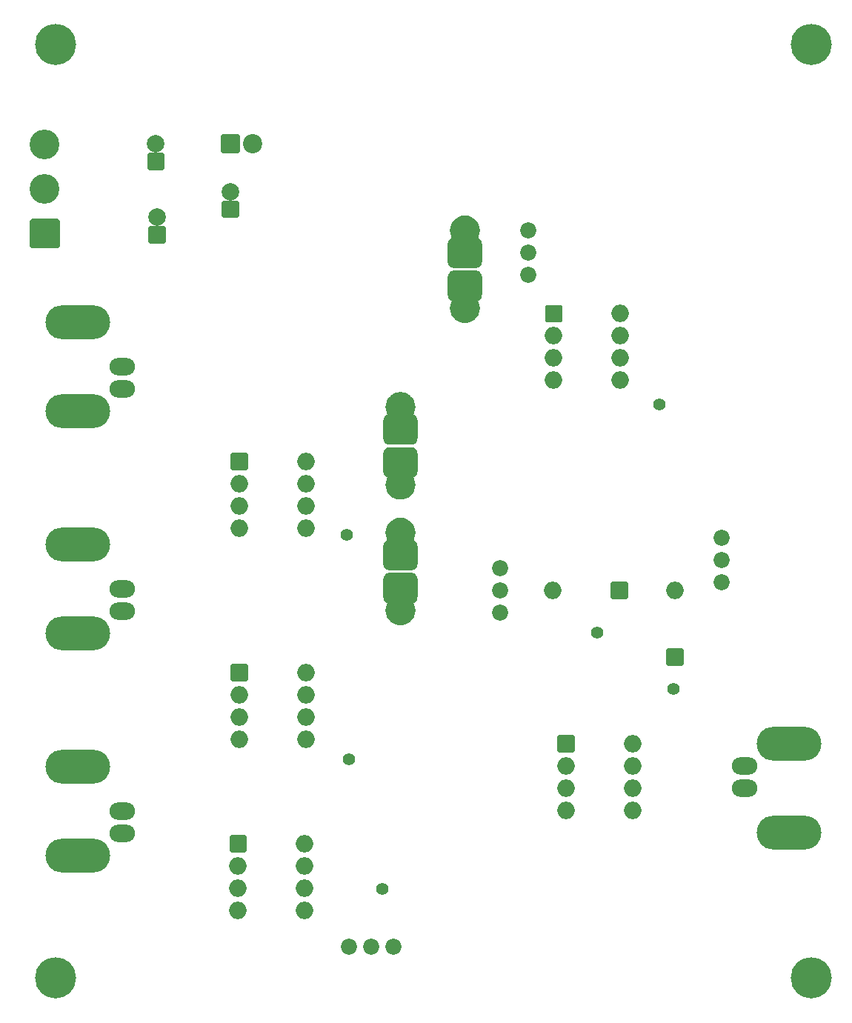
<source format=gbr>
%TF.GenerationSoftware,KiCad,Pcbnew,5.1.10-88a1d61d58~90~ubuntu20.04.1*%
%TF.CreationDate,2021-08-12T20:42:09+10:00*%
%TF.ProjectId,LaserPID,4c617365-7250-4494-942e-6b696361645f,rev?*%
%TF.SameCoordinates,Original*%
%TF.FileFunction,Soldermask,Bot*%
%TF.FilePolarity,Negative*%
%FSLAX46Y46*%
G04 Gerber Fmt 4.6, Leading zero omitted, Abs format (unit mm)*
G04 Created by KiCad (PCBNEW 5.1.10-88a1d61d58~90~ubuntu20.04.1) date 2021-08-12 20:42:09*
%MOMM*%
%LPD*%
G01*
G04 APERTURE LIST*
%ADD10C,4.700000*%
%ADD11C,2.000000*%
%ADD12C,0.100000*%
%ADD13O,2.000000X2.000000*%
%ADD14C,2.200000*%
%ADD15C,3.400000*%
%ADD16O,7.400000X3.900000*%
%ADD17O,2.900000X2.000000*%
%ADD18C,1.840000*%
%ADD19C,1.400000*%
G04 APERTURE END LIST*
D10*
%TO.C,REF\u002A\u002A*%
X751840000Y-24130000D03*
%TD*%
%TO.C,REF\u002A\u002A*%
X838200000Y-24130000D03*
%TD*%
%TO.C,REF\u002A\u002A*%
X838200000Y-130810000D03*
%TD*%
%TO.C,REF\u002A\u002A*%
X751840000Y-130810000D03*
%TD*%
%TO.C,C1*%
G36*
G01*
X764197000Y-46847000D02*
X762597000Y-46847000D01*
G75*
G02*
X762397000Y-46647000I0J200000D01*
G01*
X762397000Y-45047000D01*
G75*
G02*
X762597000Y-44847000I200000J0D01*
G01*
X764197000Y-44847000D01*
G75*
G02*
X764397000Y-45047000I0J-200000D01*
G01*
X764397000Y-46647000D01*
G75*
G02*
X764197000Y-46847000I-200000J0D01*
G01*
G37*
D11*
X763397000Y-43847000D03*
%TD*%
%TO.C,C2*%
G36*
G01*
X764070000Y-38465000D02*
X762470000Y-38465000D01*
G75*
G02*
X762270000Y-38265000I0J200000D01*
G01*
X762270000Y-36665000D01*
G75*
G02*
X762470000Y-36465000I200000J0D01*
G01*
X764070000Y-36465000D01*
G75*
G02*
X764270000Y-36665000I0J-200000D01*
G01*
X764270000Y-38265000D01*
G75*
G02*
X764070000Y-38465000I-200000J0D01*
G01*
G37*
X763270000Y-35465000D03*
%TD*%
%TO.C,C3*%
X771779000Y-40926000D03*
G36*
G01*
X772579000Y-43926000D02*
X770979000Y-43926000D01*
G75*
G02*
X770779000Y-43726000I0J200000D01*
G01*
X770779000Y-42126000D01*
G75*
G02*
X770979000Y-41926000I200000J0D01*
G01*
X772579000Y-41926000D01*
G75*
G02*
X772779000Y-42126000I0J-200000D01*
G01*
X772779000Y-43726000D01*
G75*
G02*
X772579000Y-43926000I-200000J0D01*
G01*
G37*
%TD*%
D12*
%TO.C,C6*%
G36*
X793159037Y-69151603D02*
G01*
X793149430Y-69249148D01*
X793141781Y-69287602D01*
X793113328Y-69381399D01*
X793098324Y-69417622D01*
X793052119Y-69504065D01*
X793030336Y-69536665D01*
X792968154Y-69612433D01*
X792940433Y-69640154D01*
X792864665Y-69702336D01*
X792832065Y-69724119D01*
X792745622Y-69770324D01*
X792709399Y-69785328D01*
X792615602Y-69813781D01*
X792577148Y-69821430D01*
X792479603Y-69831037D01*
X792460000Y-69832000D01*
X789960000Y-69832000D01*
X789940397Y-69831037D01*
X789842852Y-69821430D01*
X789804398Y-69813781D01*
X789710601Y-69785328D01*
X789674378Y-69770324D01*
X789587935Y-69724119D01*
X789555335Y-69702336D01*
X789479567Y-69640154D01*
X789451846Y-69612433D01*
X789389664Y-69536665D01*
X789367881Y-69504065D01*
X789321676Y-69417622D01*
X789306672Y-69381399D01*
X789278219Y-69287602D01*
X789270570Y-69249148D01*
X789260963Y-69151603D01*
X789260000Y-69132000D01*
X789260000Y-67032000D01*
X789260963Y-67012397D01*
X789270570Y-66914852D01*
X789278219Y-66876398D01*
X789306672Y-66782601D01*
X789321676Y-66746378D01*
X789367881Y-66659935D01*
X789389664Y-66627335D01*
X789451846Y-66551567D01*
X789479567Y-66523846D01*
X789555335Y-66461664D01*
X789587935Y-66439881D01*
X789674378Y-66393676D01*
X789710601Y-66378672D01*
X789733312Y-66371783D01*
X789677632Y-66267613D01*
X789669240Y-66249869D01*
X789612908Y-66113871D01*
X789606296Y-66095392D01*
X789563565Y-65954527D01*
X789558796Y-65935488D01*
X789530078Y-65791114D01*
X789527198Y-65771699D01*
X789512770Y-65625205D01*
X789511807Y-65605602D01*
X789511807Y-65458398D01*
X789512770Y-65438795D01*
X789527198Y-65292301D01*
X789530078Y-65272886D01*
X789558796Y-65128512D01*
X789563565Y-65109473D01*
X789606296Y-64968608D01*
X789612908Y-64950129D01*
X789669240Y-64814131D01*
X789677632Y-64796387D01*
X789747023Y-64666566D01*
X789757113Y-64649732D01*
X789838895Y-64527337D01*
X789850587Y-64511573D01*
X789943971Y-64397784D01*
X789957152Y-64383241D01*
X790061241Y-64279152D01*
X790075784Y-64265971D01*
X790189573Y-64172587D01*
X790205337Y-64160895D01*
X790327732Y-64079113D01*
X790344566Y-64069023D01*
X790474387Y-63999632D01*
X790492131Y-63991240D01*
X790628129Y-63934908D01*
X790646608Y-63928296D01*
X790787473Y-63885565D01*
X790806512Y-63880796D01*
X790950886Y-63852078D01*
X790970301Y-63849198D01*
X791116795Y-63834770D01*
X791136398Y-63833807D01*
X791283602Y-63833807D01*
X791303205Y-63834770D01*
X791449699Y-63849198D01*
X791469114Y-63852078D01*
X791613488Y-63880796D01*
X791632527Y-63885565D01*
X791773392Y-63928296D01*
X791791871Y-63934908D01*
X791927869Y-63991240D01*
X791945613Y-63999632D01*
X792075434Y-64069023D01*
X792092268Y-64079113D01*
X792214663Y-64160895D01*
X792230427Y-64172587D01*
X792344216Y-64265971D01*
X792358759Y-64279152D01*
X792462848Y-64383241D01*
X792476029Y-64397784D01*
X792569413Y-64511573D01*
X792581105Y-64527337D01*
X792662887Y-64649732D01*
X792672977Y-64666566D01*
X792742368Y-64796387D01*
X792750760Y-64814131D01*
X792807092Y-64950129D01*
X792813704Y-64968608D01*
X792856435Y-65109473D01*
X792861204Y-65128512D01*
X792889922Y-65272886D01*
X792892802Y-65292301D01*
X792907230Y-65438795D01*
X792908193Y-65458398D01*
X792908193Y-65605602D01*
X792907230Y-65625205D01*
X792892802Y-65771699D01*
X792889922Y-65791114D01*
X792861204Y-65935488D01*
X792856435Y-65954527D01*
X792813704Y-66095392D01*
X792807092Y-66113871D01*
X792750760Y-66249869D01*
X792742368Y-66267613D01*
X792686688Y-66371783D01*
X792709399Y-66378672D01*
X792745622Y-66393676D01*
X792832065Y-66439881D01*
X792864665Y-66461664D01*
X792940433Y-66523846D01*
X792968154Y-66551567D01*
X793030336Y-66627335D01*
X793052119Y-66659935D01*
X793098324Y-66746378D01*
X793113328Y-66782601D01*
X793141781Y-66876398D01*
X793149430Y-66914852D01*
X793159037Y-67012397D01*
X793160000Y-67032000D01*
X793160000Y-69132000D01*
X793159037Y-69151603D01*
G37*
G36*
X789260963Y-70802397D02*
G01*
X789270570Y-70704852D01*
X789278219Y-70666398D01*
X789306672Y-70572601D01*
X789321676Y-70536378D01*
X789367881Y-70449935D01*
X789389664Y-70417335D01*
X789451846Y-70341567D01*
X789479567Y-70313846D01*
X789555335Y-70251664D01*
X789587935Y-70229881D01*
X789674378Y-70183676D01*
X789710601Y-70168672D01*
X789804398Y-70140219D01*
X789842852Y-70132570D01*
X789940397Y-70122963D01*
X789960000Y-70122000D01*
X792460000Y-70122000D01*
X792479603Y-70122963D01*
X792577148Y-70132570D01*
X792615602Y-70140219D01*
X792709399Y-70168672D01*
X792745622Y-70183676D01*
X792832065Y-70229881D01*
X792864665Y-70251664D01*
X792940433Y-70313846D01*
X792968154Y-70341567D01*
X793030336Y-70417335D01*
X793052119Y-70449935D01*
X793098324Y-70536378D01*
X793113328Y-70572601D01*
X793141781Y-70666398D01*
X793149430Y-70704852D01*
X793159037Y-70802397D01*
X793160000Y-70822000D01*
X793160000Y-72922000D01*
X793159037Y-72941603D01*
X793149430Y-73039148D01*
X793141781Y-73077602D01*
X793113328Y-73171399D01*
X793098324Y-73207622D01*
X793052119Y-73294065D01*
X793030336Y-73326665D01*
X792968154Y-73402433D01*
X792940433Y-73430154D01*
X792864665Y-73492336D01*
X792832065Y-73514119D01*
X792745622Y-73560324D01*
X792709399Y-73575328D01*
X792686688Y-73582217D01*
X792742368Y-73686387D01*
X792750760Y-73704131D01*
X792807092Y-73840129D01*
X792813704Y-73858608D01*
X792856435Y-73999473D01*
X792861204Y-74018512D01*
X792889922Y-74162886D01*
X792892802Y-74182301D01*
X792907230Y-74328795D01*
X792908193Y-74348398D01*
X792908193Y-74495602D01*
X792907230Y-74515205D01*
X792892802Y-74661699D01*
X792889922Y-74681114D01*
X792861204Y-74825488D01*
X792856435Y-74844527D01*
X792813704Y-74985392D01*
X792807092Y-75003871D01*
X792750760Y-75139869D01*
X792742368Y-75157613D01*
X792672977Y-75287434D01*
X792662887Y-75304268D01*
X792581105Y-75426663D01*
X792569413Y-75442427D01*
X792476029Y-75556216D01*
X792462848Y-75570759D01*
X792358759Y-75674848D01*
X792344216Y-75688029D01*
X792230427Y-75781413D01*
X792214663Y-75793105D01*
X792092268Y-75874887D01*
X792075434Y-75884977D01*
X791945613Y-75954368D01*
X791927869Y-75962760D01*
X791791871Y-76019092D01*
X791773392Y-76025704D01*
X791632527Y-76068435D01*
X791613488Y-76073204D01*
X791469114Y-76101922D01*
X791449699Y-76104802D01*
X791303205Y-76119230D01*
X791283602Y-76120193D01*
X791136398Y-76120193D01*
X791116795Y-76119230D01*
X790970301Y-76104802D01*
X790950886Y-76101922D01*
X790806512Y-76073204D01*
X790787473Y-76068435D01*
X790646608Y-76025704D01*
X790628129Y-76019092D01*
X790492131Y-75962760D01*
X790474387Y-75954368D01*
X790344566Y-75884977D01*
X790327732Y-75874887D01*
X790205337Y-75793105D01*
X790189573Y-75781413D01*
X790075784Y-75688029D01*
X790061241Y-75674848D01*
X789957152Y-75570759D01*
X789943971Y-75556216D01*
X789850587Y-75442427D01*
X789838895Y-75426663D01*
X789757113Y-75304268D01*
X789747023Y-75287434D01*
X789677632Y-75157613D01*
X789669240Y-75139869D01*
X789612908Y-75003871D01*
X789606296Y-74985392D01*
X789563565Y-74844527D01*
X789558796Y-74825488D01*
X789530078Y-74681114D01*
X789527198Y-74661699D01*
X789512770Y-74515205D01*
X789511807Y-74495602D01*
X789511807Y-74348398D01*
X789512770Y-74328795D01*
X789527198Y-74182301D01*
X789530078Y-74162886D01*
X789558796Y-74018512D01*
X789563565Y-73999473D01*
X789606296Y-73858608D01*
X789612908Y-73840129D01*
X789669240Y-73704131D01*
X789677632Y-73686387D01*
X789733312Y-73582217D01*
X789710601Y-73575328D01*
X789674378Y-73560324D01*
X789587935Y-73514119D01*
X789555335Y-73492336D01*
X789479567Y-73430154D01*
X789451846Y-73402433D01*
X789389664Y-73326665D01*
X789367881Y-73294065D01*
X789321676Y-73207622D01*
X789306672Y-73171399D01*
X789278219Y-73077602D01*
X789270570Y-73039148D01*
X789260963Y-72941603D01*
X789260000Y-72922000D01*
X789260000Y-70822000D01*
X789260963Y-70802397D01*
G37*
%TD*%
%TO.C,C13*%
G36*
X796626963Y-50609397D02*
G01*
X796636570Y-50511852D01*
X796644219Y-50473398D01*
X796672672Y-50379601D01*
X796687676Y-50343378D01*
X796733881Y-50256935D01*
X796755664Y-50224335D01*
X796817846Y-50148567D01*
X796845567Y-50120846D01*
X796921335Y-50058664D01*
X796953935Y-50036881D01*
X797040378Y-49990676D01*
X797076601Y-49975672D01*
X797170398Y-49947219D01*
X797208852Y-49939570D01*
X797306397Y-49929963D01*
X797326000Y-49929000D01*
X799826000Y-49929000D01*
X799845603Y-49929963D01*
X799943148Y-49939570D01*
X799981602Y-49947219D01*
X800075399Y-49975672D01*
X800111622Y-49990676D01*
X800198065Y-50036881D01*
X800230665Y-50058664D01*
X800306433Y-50120846D01*
X800334154Y-50148567D01*
X800396336Y-50224335D01*
X800418119Y-50256935D01*
X800464324Y-50343378D01*
X800479328Y-50379601D01*
X800507781Y-50473398D01*
X800515430Y-50511852D01*
X800525037Y-50609397D01*
X800526000Y-50629000D01*
X800526000Y-52729000D01*
X800525037Y-52748603D01*
X800515430Y-52846148D01*
X800507781Y-52884602D01*
X800479328Y-52978399D01*
X800464324Y-53014622D01*
X800418119Y-53101065D01*
X800396336Y-53133665D01*
X800334154Y-53209433D01*
X800306433Y-53237154D01*
X800230665Y-53299336D01*
X800198065Y-53321119D01*
X800111622Y-53367324D01*
X800075399Y-53382328D01*
X800052688Y-53389217D01*
X800108368Y-53493387D01*
X800116760Y-53511131D01*
X800173092Y-53647129D01*
X800179704Y-53665608D01*
X800222435Y-53806473D01*
X800227204Y-53825512D01*
X800255922Y-53969886D01*
X800258802Y-53989301D01*
X800273230Y-54135795D01*
X800274193Y-54155398D01*
X800274193Y-54302602D01*
X800273230Y-54322205D01*
X800258802Y-54468699D01*
X800255922Y-54488114D01*
X800227204Y-54632488D01*
X800222435Y-54651527D01*
X800179704Y-54792392D01*
X800173092Y-54810871D01*
X800116760Y-54946869D01*
X800108368Y-54964613D01*
X800038977Y-55094434D01*
X800028887Y-55111268D01*
X799947105Y-55233663D01*
X799935413Y-55249427D01*
X799842029Y-55363216D01*
X799828848Y-55377759D01*
X799724759Y-55481848D01*
X799710216Y-55495029D01*
X799596427Y-55588413D01*
X799580663Y-55600105D01*
X799458268Y-55681887D01*
X799441434Y-55691977D01*
X799311613Y-55761368D01*
X799293869Y-55769760D01*
X799157871Y-55826092D01*
X799139392Y-55832704D01*
X798998527Y-55875435D01*
X798979488Y-55880204D01*
X798835114Y-55908922D01*
X798815699Y-55911802D01*
X798669205Y-55926230D01*
X798649602Y-55927193D01*
X798502398Y-55927193D01*
X798482795Y-55926230D01*
X798336301Y-55911802D01*
X798316886Y-55908922D01*
X798172512Y-55880204D01*
X798153473Y-55875435D01*
X798012608Y-55832704D01*
X797994129Y-55826092D01*
X797858131Y-55769760D01*
X797840387Y-55761368D01*
X797710566Y-55691977D01*
X797693732Y-55681887D01*
X797571337Y-55600105D01*
X797555573Y-55588413D01*
X797441784Y-55495029D01*
X797427241Y-55481848D01*
X797323152Y-55377759D01*
X797309971Y-55363216D01*
X797216587Y-55249427D01*
X797204895Y-55233663D01*
X797123113Y-55111268D01*
X797113023Y-55094434D01*
X797043632Y-54964613D01*
X797035240Y-54946869D01*
X796978908Y-54810871D01*
X796972296Y-54792392D01*
X796929565Y-54651527D01*
X796924796Y-54632488D01*
X796896078Y-54488114D01*
X796893198Y-54468699D01*
X796878770Y-54322205D01*
X796877807Y-54302602D01*
X796877807Y-54155398D01*
X796878770Y-54135795D01*
X796893198Y-53989301D01*
X796896078Y-53969886D01*
X796924796Y-53825512D01*
X796929565Y-53806473D01*
X796972296Y-53665608D01*
X796978908Y-53647129D01*
X797035240Y-53511131D01*
X797043632Y-53493387D01*
X797099312Y-53389217D01*
X797076601Y-53382328D01*
X797040378Y-53367324D01*
X796953935Y-53321119D01*
X796921335Y-53299336D01*
X796845567Y-53237154D01*
X796817846Y-53209433D01*
X796755664Y-53133665D01*
X796733881Y-53101065D01*
X796687676Y-53014622D01*
X796672672Y-52978399D01*
X796644219Y-52884602D01*
X796636570Y-52846148D01*
X796626963Y-52748603D01*
X796626000Y-52729000D01*
X796626000Y-50629000D01*
X796626963Y-50609397D01*
G37*
G36*
X800525037Y-48958603D02*
G01*
X800515430Y-49056148D01*
X800507781Y-49094602D01*
X800479328Y-49188399D01*
X800464324Y-49224622D01*
X800418119Y-49311065D01*
X800396336Y-49343665D01*
X800334154Y-49419433D01*
X800306433Y-49447154D01*
X800230665Y-49509336D01*
X800198065Y-49531119D01*
X800111622Y-49577324D01*
X800075399Y-49592328D01*
X799981602Y-49620781D01*
X799943148Y-49628430D01*
X799845603Y-49638037D01*
X799826000Y-49639000D01*
X797326000Y-49639000D01*
X797306397Y-49638037D01*
X797208852Y-49628430D01*
X797170398Y-49620781D01*
X797076601Y-49592328D01*
X797040378Y-49577324D01*
X796953935Y-49531119D01*
X796921335Y-49509336D01*
X796845567Y-49447154D01*
X796817846Y-49419433D01*
X796755664Y-49343665D01*
X796733881Y-49311065D01*
X796687676Y-49224622D01*
X796672672Y-49188399D01*
X796644219Y-49094602D01*
X796636570Y-49056148D01*
X796626963Y-48958603D01*
X796626000Y-48939000D01*
X796626000Y-46839000D01*
X796626963Y-46819397D01*
X796636570Y-46721852D01*
X796644219Y-46683398D01*
X796672672Y-46589601D01*
X796687676Y-46553378D01*
X796733881Y-46466935D01*
X796755664Y-46434335D01*
X796817846Y-46358567D01*
X796845567Y-46330846D01*
X796921335Y-46268664D01*
X796953935Y-46246881D01*
X797040378Y-46200676D01*
X797076601Y-46185672D01*
X797099312Y-46178783D01*
X797043632Y-46074613D01*
X797035240Y-46056869D01*
X796978908Y-45920871D01*
X796972296Y-45902392D01*
X796929565Y-45761527D01*
X796924796Y-45742488D01*
X796896078Y-45598114D01*
X796893198Y-45578699D01*
X796878770Y-45432205D01*
X796877807Y-45412602D01*
X796877807Y-45265398D01*
X796878770Y-45245795D01*
X796893198Y-45099301D01*
X796896078Y-45079886D01*
X796924796Y-44935512D01*
X796929565Y-44916473D01*
X796972296Y-44775608D01*
X796978908Y-44757129D01*
X797035240Y-44621131D01*
X797043632Y-44603387D01*
X797113023Y-44473566D01*
X797123113Y-44456732D01*
X797204895Y-44334337D01*
X797216587Y-44318573D01*
X797309971Y-44204784D01*
X797323152Y-44190241D01*
X797427241Y-44086152D01*
X797441784Y-44072971D01*
X797555573Y-43979587D01*
X797571337Y-43967895D01*
X797693732Y-43886113D01*
X797710566Y-43876023D01*
X797840387Y-43806632D01*
X797858131Y-43798240D01*
X797994129Y-43741908D01*
X798012608Y-43735296D01*
X798153473Y-43692565D01*
X798172512Y-43687796D01*
X798316886Y-43659078D01*
X798336301Y-43656198D01*
X798482795Y-43641770D01*
X798502398Y-43640807D01*
X798649602Y-43640807D01*
X798669205Y-43641770D01*
X798815699Y-43656198D01*
X798835114Y-43659078D01*
X798979488Y-43687796D01*
X798998527Y-43692565D01*
X799139392Y-43735296D01*
X799157871Y-43741908D01*
X799293869Y-43798240D01*
X799311613Y-43806632D01*
X799441434Y-43876023D01*
X799458268Y-43886113D01*
X799580663Y-43967895D01*
X799596427Y-43979587D01*
X799710216Y-44072971D01*
X799724759Y-44086152D01*
X799828848Y-44190241D01*
X799842029Y-44204784D01*
X799935413Y-44318573D01*
X799947105Y-44334337D01*
X800028887Y-44456732D01*
X800038977Y-44473566D01*
X800108368Y-44603387D01*
X800116760Y-44621131D01*
X800173092Y-44757129D01*
X800179704Y-44775608D01*
X800222435Y-44916473D01*
X800227204Y-44935512D01*
X800255922Y-45079886D01*
X800258802Y-45099301D01*
X800273230Y-45245795D01*
X800274193Y-45265398D01*
X800274193Y-45412602D01*
X800273230Y-45432205D01*
X800258802Y-45578699D01*
X800255922Y-45598114D01*
X800227204Y-45742488D01*
X800222435Y-45761527D01*
X800179704Y-45902392D01*
X800173092Y-45920871D01*
X800116760Y-46056869D01*
X800108368Y-46074613D01*
X800052688Y-46178783D01*
X800075399Y-46185672D01*
X800111622Y-46200676D01*
X800198065Y-46246881D01*
X800230665Y-46268664D01*
X800306433Y-46330846D01*
X800334154Y-46358567D01*
X800396336Y-46434335D01*
X800418119Y-46466935D01*
X800464324Y-46553378D01*
X800479328Y-46589601D01*
X800507781Y-46683398D01*
X800515430Y-46721852D01*
X800525037Y-46819397D01*
X800526000Y-46839000D01*
X800526000Y-48939000D01*
X800525037Y-48958603D01*
G37*
%TD*%
%TO.C,D1*%
G36*
G01*
X823379000Y-95107000D02*
X821779000Y-95107000D01*
G75*
G02*
X821579000Y-94907000I0J200000D01*
G01*
X821579000Y-93307000D01*
G75*
G02*
X821779000Y-93107000I200000J0D01*
G01*
X823379000Y-93107000D01*
G75*
G02*
X823579000Y-93307000I0J-200000D01*
G01*
X823579000Y-94907000D01*
G75*
G02*
X823379000Y-95107000I-200000J0D01*
G01*
G37*
D13*
X822579000Y-86487000D03*
%TD*%
%TO.C,D2*%
X808609000Y-86487000D03*
G36*
G01*
X817229000Y-85687000D02*
X817229000Y-87287000D01*
G75*
G02*
X817029000Y-87487000I-200000J0D01*
G01*
X815429000Y-87487000D01*
G75*
G02*
X815229000Y-87287000I0J200000D01*
G01*
X815229000Y-85687000D01*
G75*
G02*
X815429000Y-85487000I200000J0D01*
G01*
X817029000Y-85487000D01*
G75*
G02*
X817229000Y-85687000I0J-200000D01*
G01*
G37*
%TD*%
%TO.C,D3*%
G36*
G01*
X770679000Y-36333000D02*
X770679000Y-34533000D01*
G75*
G02*
X770879000Y-34333000I200000J0D01*
G01*
X772679000Y-34333000D01*
G75*
G02*
X772879000Y-34533000I0J-200000D01*
G01*
X772879000Y-36333000D01*
G75*
G02*
X772679000Y-36533000I-200000J0D01*
G01*
X770879000Y-36533000D01*
G75*
G02*
X770679000Y-36333000I0J200000D01*
G01*
G37*
D14*
X774319000Y-35433000D03*
%TD*%
%TO.C,P1*%
G36*
G01*
X752070000Y-47420000D02*
X749070000Y-47420000D01*
G75*
G02*
X748870000Y-47220000I0J200000D01*
G01*
X748870000Y-44220000D01*
G75*
G02*
X749070000Y-44020000I200000J0D01*
G01*
X752070000Y-44020000D01*
G75*
G02*
X752270000Y-44220000I0J-200000D01*
G01*
X752270000Y-47220000D01*
G75*
G02*
X752070000Y-47420000I-200000J0D01*
G01*
G37*
D15*
X750570000Y-40640000D03*
X750570000Y-35560000D03*
%TD*%
D16*
%TO.C,IN1*%
X754380000Y-91440000D03*
X754380000Y-81280000D03*
D17*
X759460000Y-86360000D03*
X759460000Y-88900000D03*
%TD*%
%TO.C,IN2*%
X759460000Y-114300000D03*
X759460000Y-111760000D03*
D16*
X754380000Y-106680000D03*
X754380000Y-116840000D03*
%TD*%
%TO.C,OUT*%
X835660000Y-104013000D03*
X835660000Y-114173000D03*
D17*
X830580000Y-109093000D03*
X830580000Y-106553000D03*
%TD*%
%TO.C,RST*%
X759460000Y-63500000D03*
X759460000Y-60960000D03*
D16*
X754380000Y-55880000D03*
X754380000Y-66040000D03*
%TD*%
D12*
%TO.C,R6*%
G36*
X793159037Y-83502603D02*
G01*
X793149430Y-83600148D01*
X793141781Y-83638602D01*
X793113328Y-83732399D01*
X793098324Y-83768622D01*
X793052119Y-83855065D01*
X793030336Y-83887665D01*
X792968154Y-83963433D01*
X792940433Y-83991154D01*
X792864665Y-84053336D01*
X792832065Y-84075119D01*
X792745622Y-84121324D01*
X792709399Y-84136328D01*
X792615602Y-84164781D01*
X792577148Y-84172430D01*
X792479603Y-84182037D01*
X792460000Y-84183000D01*
X789960000Y-84183000D01*
X789940397Y-84182037D01*
X789842852Y-84172430D01*
X789804398Y-84164781D01*
X789710601Y-84136328D01*
X789674378Y-84121324D01*
X789587935Y-84075119D01*
X789555335Y-84053336D01*
X789479567Y-83991154D01*
X789451846Y-83963433D01*
X789389664Y-83887665D01*
X789367881Y-83855065D01*
X789321676Y-83768622D01*
X789306672Y-83732399D01*
X789278219Y-83638602D01*
X789270570Y-83600148D01*
X789260963Y-83502603D01*
X789260000Y-83483000D01*
X789260000Y-81383000D01*
X789260963Y-81363397D01*
X789270570Y-81265852D01*
X789278219Y-81227398D01*
X789306672Y-81133601D01*
X789321676Y-81097378D01*
X789367881Y-81010935D01*
X789389664Y-80978335D01*
X789451846Y-80902567D01*
X789479567Y-80874846D01*
X789555335Y-80812664D01*
X789587935Y-80790881D01*
X789674378Y-80744676D01*
X789710601Y-80729672D01*
X789733312Y-80722783D01*
X789677632Y-80618613D01*
X789669240Y-80600869D01*
X789612908Y-80464871D01*
X789606296Y-80446392D01*
X789563565Y-80305527D01*
X789558796Y-80286488D01*
X789530078Y-80142114D01*
X789527198Y-80122699D01*
X789512770Y-79976205D01*
X789511807Y-79956602D01*
X789511807Y-79809398D01*
X789512770Y-79789795D01*
X789527198Y-79643301D01*
X789530078Y-79623886D01*
X789558796Y-79479512D01*
X789563565Y-79460473D01*
X789606296Y-79319608D01*
X789612908Y-79301129D01*
X789669240Y-79165131D01*
X789677632Y-79147387D01*
X789747023Y-79017566D01*
X789757113Y-79000732D01*
X789838895Y-78878337D01*
X789850587Y-78862573D01*
X789943971Y-78748784D01*
X789957152Y-78734241D01*
X790061241Y-78630152D01*
X790075784Y-78616971D01*
X790189573Y-78523587D01*
X790205337Y-78511895D01*
X790327732Y-78430113D01*
X790344566Y-78420023D01*
X790474387Y-78350632D01*
X790492131Y-78342240D01*
X790628129Y-78285908D01*
X790646608Y-78279296D01*
X790787473Y-78236565D01*
X790806512Y-78231796D01*
X790950886Y-78203078D01*
X790970301Y-78200198D01*
X791116795Y-78185770D01*
X791136398Y-78184807D01*
X791283602Y-78184807D01*
X791303205Y-78185770D01*
X791449699Y-78200198D01*
X791469114Y-78203078D01*
X791613488Y-78231796D01*
X791632527Y-78236565D01*
X791773392Y-78279296D01*
X791791871Y-78285908D01*
X791927869Y-78342240D01*
X791945613Y-78350632D01*
X792075434Y-78420023D01*
X792092268Y-78430113D01*
X792214663Y-78511895D01*
X792230427Y-78523587D01*
X792344216Y-78616971D01*
X792358759Y-78630152D01*
X792462848Y-78734241D01*
X792476029Y-78748784D01*
X792569413Y-78862573D01*
X792581105Y-78878337D01*
X792662887Y-79000732D01*
X792672977Y-79017566D01*
X792742368Y-79147387D01*
X792750760Y-79165131D01*
X792807092Y-79301129D01*
X792813704Y-79319608D01*
X792856435Y-79460473D01*
X792861204Y-79479512D01*
X792889922Y-79623886D01*
X792892802Y-79643301D01*
X792907230Y-79789795D01*
X792908193Y-79809398D01*
X792908193Y-79956602D01*
X792907230Y-79976205D01*
X792892802Y-80122699D01*
X792889922Y-80142114D01*
X792861204Y-80286488D01*
X792856435Y-80305527D01*
X792813704Y-80446392D01*
X792807092Y-80464871D01*
X792750760Y-80600869D01*
X792742368Y-80618613D01*
X792686688Y-80722783D01*
X792709399Y-80729672D01*
X792745622Y-80744676D01*
X792832065Y-80790881D01*
X792864665Y-80812664D01*
X792940433Y-80874846D01*
X792968154Y-80902567D01*
X793030336Y-80978335D01*
X793052119Y-81010935D01*
X793098324Y-81097378D01*
X793113328Y-81133601D01*
X793141781Y-81227398D01*
X793149430Y-81265852D01*
X793159037Y-81363397D01*
X793160000Y-81383000D01*
X793160000Y-83483000D01*
X793159037Y-83502603D01*
G37*
G36*
X789260963Y-85153397D02*
G01*
X789270570Y-85055852D01*
X789278219Y-85017398D01*
X789306672Y-84923601D01*
X789321676Y-84887378D01*
X789367881Y-84800935D01*
X789389664Y-84768335D01*
X789451846Y-84692567D01*
X789479567Y-84664846D01*
X789555335Y-84602664D01*
X789587935Y-84580881D01*
X789674378Y-84534676D01*
X789710601Y-84519672D01*
X789804398Y-84491219D01*
X789842852Y-84483570D01*
X789940397Y-84473963D01*
X789960000Y-84473000D01*
X792460000Y-84473000D01*
X792479603Y-84473963D01*
X792577148Y-84483570D01*
X792615602Y-84491219D01*
X792709399Y-84519672D01*
X792745622Y-84534676D01*
X792832065Y-84580881D01*
X792864665Y-84602664D01*
X792940433Y-84664846D01*
X792968154Y-84692567D01*
X793030336Y-84768335D01*
X793052119Y-84800935D01*
X793098324Y-84887378D01*
X793113328Y-84923601D01*
X793141781Y-85017398D01*
X793149430Y-85055852D01*
X793159037Y-85153397D01*
X793160000Y-85173000D01*
X793160000Y-87273000D01*
X793159037Y-87292603D01*
X793149430Y-87390148D01*
X793141781Y-87428602D01*
X793113328Y-87522399D01*
X793098324Y-87558622D01*
X793052119Y-87645065D01*
X793030336Y-87677665D01*
X792968154Y-87753433D01*
X792940433Y-87781154D01*
X792864665Y-87843336D01*
X792832065Y-87865119D01*
X792745622Y-87911324D01*
X792709399Y-87926328D01*
X792686688Y-87933217D01*
X792742368Y-88037387D01*
X792750760Y-88055131D01*
X792807092Y-88191129D01*
X792813704Y-88209608D01*
X792856435Y-88350473D01*
X792861204Y-88369512D01*
X792889922Y-88513886D01*
X792892802Y-88533301D01*
X792907230Y-88679795D01*
X792908193Y-88699398D01*
X792908193Y-88846602D01*
X792907230Y-88866205D01*
X792892802Y-89012699D01*
X792889922Y-89032114D01*
X792861204Y-89176488D01*
X792856435Y-89195527D01*
X792813704Y-89336392D01*
X792807092Y-89354871D01*
X792750760Y-89490869D01*
X792742368Y-89508613D01*
X792672977Y-89638434D01*
X792662887Y-89655268D01*
X792581105Y-89777663D01*
X792569413Y-89793427D01*
X792476029Y-89907216D01*
X792462848Y-89921759D01*
X792358759Y-90025848D01*
X792344216Y-90039029D01*
X792230427Y-90132413D01*
X792214663Y-90144105D01*
X792092268Y-90225887D01*
X792075434Y-90235977D01*
X791945613Y-90305368D01*
X791927869Y-90313760D01*
X791791871Y-90370092D01*
X791773392Y-90376704D01*
X791632527Y-90419435D01*
X791613488Y-90424204D01*
X791469114Y-90452922D01*
X791449699Y-90455802D01*
X791303205Y-90470230D01*
X791283602Y-90471193D01*
X791136398Y-90471193D01*
X791116795Y-90470230D01*
X790970301Y-90455802D01*
X790950886Y-90452922D01*
X790806512Y-90424204D01*
X790787473Y-90419435D01*
X790646608Y-90376704D01*
X790628129Y-90370092D01*
X790492131Y-90313760D01*
X790474387Y-90305368D01*
X790344566Y-90235977D01*
X790327732Y-90225887D01*
X790205337Y-90144105D01*
X790189573Y-90132413D01*
X790075784Y-90039029D01*
X790061241Y-90025848D01*
X789957152Y-89921759D01*
X789943971Y-89907216D01*
X789850587Y-89793427D01*
X789838895Y-89777663D01*
X789757113Y-89655268D01*
X789747023Y-89638434D01*
X789677632Y-89508613D01*
X789669240Y-89490869D01*
X789612908Y-89354871D01*
X789606296Y-89336392D01*
X789563565Y-89195527D01*
X789558796Y-89176488D01*
X789530078Y-89032114D01*
X789527198Y-89012699D01*
X789512770Y-88866205D01*
X789511807Y-88846602D01*
X789511807Y-88699398D01*
X789512770Y-88679795D01*
X789527198Y-88533301D01*
X789530078Y-88513886D01*
X789558796Y-88369512D01*
X789563565Y-88350473D01*
X789606296Y-88209608D01*
X789612908Y-88191129D01*
X789669240Y-88055131D01*
X789677632Y-88037387D01*
X789733312Y-87933217D01*
X789710601Y-87926328D01*
X789674378Y-87911324D01*
X789587935Y-87865119D01*
X789555335Y-87843336D01*
X789479567Y-87781154D01*
X789451846Y-87753433D01*
X789389664Y-87677665D01*
X789367881Y-87645065D01*
X789321676Y-87558622D01*
X789306672Y-87522399D01*
X789278219Y-87428602D01*
X789270570Y-87390148D01*
X789260963Y-87292603D01*
X789260000Y-87273000D01*
X789260000Y-85173000D01*
X789260963Y-85153397D01*
G37*
%TD*%
D18*
%TO.C,RVGAIN1*%
X805815000Y-45339000D03*
X805815000Y-47879000D03*
X805815000Y-50419000D03*
%TD*%
%TO.C,RVLIM1*%
X827913000Y-85598000D03*
X827913000Y-83058000D03*
X827913000Y-80518000D03*
%TD*%
%TO.C,RVLIM2*%
X802640000Y-89027000D03*
X802640000Y-86487000D03*
X802640000Y-83947000D03*
%TD*%
%TO.C,RVPROP1*%
X790448000Y-127254000D03*
X787908000Y-127254000D03*
X785368000Y-127254000D03*
%TD*%
D13*
%TO.C,U1*%
X780415000Y-95885000D03*
X772795000Y-103505000D03*
X780415000Y-98425000D03*
X772795000Y-100965000D03*
X780415000Y-100965000D03*
X772795000Y-98425000D03*
X780415000Y-103505000D03*
G36*
G01*
X771795000Y-96685000D02*
X771795000Y-95085000D01*
G75*
G02*
X771995000Y-94885000I200000J0D01*
G01*
X773595000Y-94885000D01*
G75*
G02*
X773795000Y-95085000I0J-200000D01*
G01*
X773795000Y-96685000D01*
G75*
G02*
X773595000Y-96885000I-200000J0D01*
G01*
X771995000Y-96885000D01*
G75*
G02*
X771795000Y-96685000I0J200000D01*
G01*
G37*
%TD*%
%TO.C,U2*%
G36*
G01*
X771795000Y-72555000D02*
X771795000Y-70955000D01*
G75*
G02*
X771995000Y-70755000I200000J0D01*
G01*
X773595000Y-70755000D01*
G75*
G02*
X773795000Y-70955000I0J-200000D01*
G01*
X773795000Y-72555000D01*
G75*
G02*
X773595000Y-72755000I-200000J0D01*
G01*
X771995000Y-72755000D01*
G75*
G02*
X771795000Y-72555000I0J200000D01*
G01*
G37*
X780415000Y-79375000D03*
X772795000Y-74295000D03*
X780415000Y-76835000D03*
X772795000Y-76835000D03*
X780415000Y-74295000D03*
X772795000Y-79375000D03*
X780415000Y-71755000D03*
%TD*%
%TO.C,U3*%
X780288000Y-115443000D03*
X772668000Y-123063000D03*
X780288000Y-117983000D03*
X772668000Y-120523000D03*
X780288000Y-120523000D03*
X772668000Y-117983000D03*
X780288000Y-123063000D03*
G36*
G01*
X771668000Y-116243000D02*
X771668000Y-114643000D01*
G75*
G02*
X771868000Y-114443000I200000J0D01*
G01*
X773468000Y-114443000D01*
G75*
G02*
X773668000Y-114643000I0J-200000D01*
G01*
X773668000Y-116243000D01*
G75*
G02*
X773468000Y-116443000I-200000J0D01*
G01*
X771868000Y-116443000D01*
G75*
G02*
X771668000Y-116243000I0J200000D01*
G01*
G37*
%TD*%
%TO.C,U4*%
G36*
G01*
X807736000Y-55664000D02*
X807736000Y-54064000D01*
G75*
G02*
X807936000Y-53864000I200000J0D01*
G01*
X809536000Y-53864000D01*
G75*
G02*
X809736000Y-54064000I0J-200000D01*
G01*
X809736000Y-55664000D01*
G75*
G02*
X809536000Y-55864000I-200000J0D01*
G01*
X807936000Y-55864000D01*
G75*
G02*
X807736000Y-55664000I0J200000D01*
G01*
G37*
X816356000Y-62484000D03*
X808736000Y-57404000D03*
X816356000Y-59944000D03*
X808736000Y-59944000D03*
X816356000Y-57404000D03*
X808736000Y-62484000D03*
X816356000Y-54864000D03*
%TD*%
%TO.C,U6*%
G36*
G01*
X809133000Y-104813000D02*
X809133000Y-103213000D01*
G75*
G02*
X809333000Y-103013000I200000J0D01*
G01*
X810933000Y-103013000D01*
G75*
G02*
X811133000Y-103213000I0J-200000D01*
G01*
X811133000Y-104813000D01*
G75*
G02*
X810933000Y-105013000I-200000J0D01*
G01*
X809333000Y-105013000D01*
G75*
G02*
X809133000Y-104813000I0J200000D01*
G01*
G37*
X817753000Y-111633000D03*
X810133000Y-106553000D03*
X817753000Y-109093000D03*
X810133000Y-109093000D03*
X817753000Y-106553000D03*
X810133000Y-111633000D03*
X817753000Y-104013000D03*
%TD*%
D19*
%TO.C,ERROR*%
X785368000Y-105791000D03*
%TD*%
%TO.C,INTEGRAL*%
X785114000Y-80137000D03*
%TD*%
%TO.C,PROP*%
X789178000Y-120650000D03*
%TD*%
%TO.C,SUM*%
X820801000Y-65278000D03*
%TD*%
%TO.C,ULIMIT*%
X822452000Y-97790000D03*
%TD*%
%TO.C,LLIMIT*%
X813689000Y-91313000D03*
%TD*%
M02*

</source>
